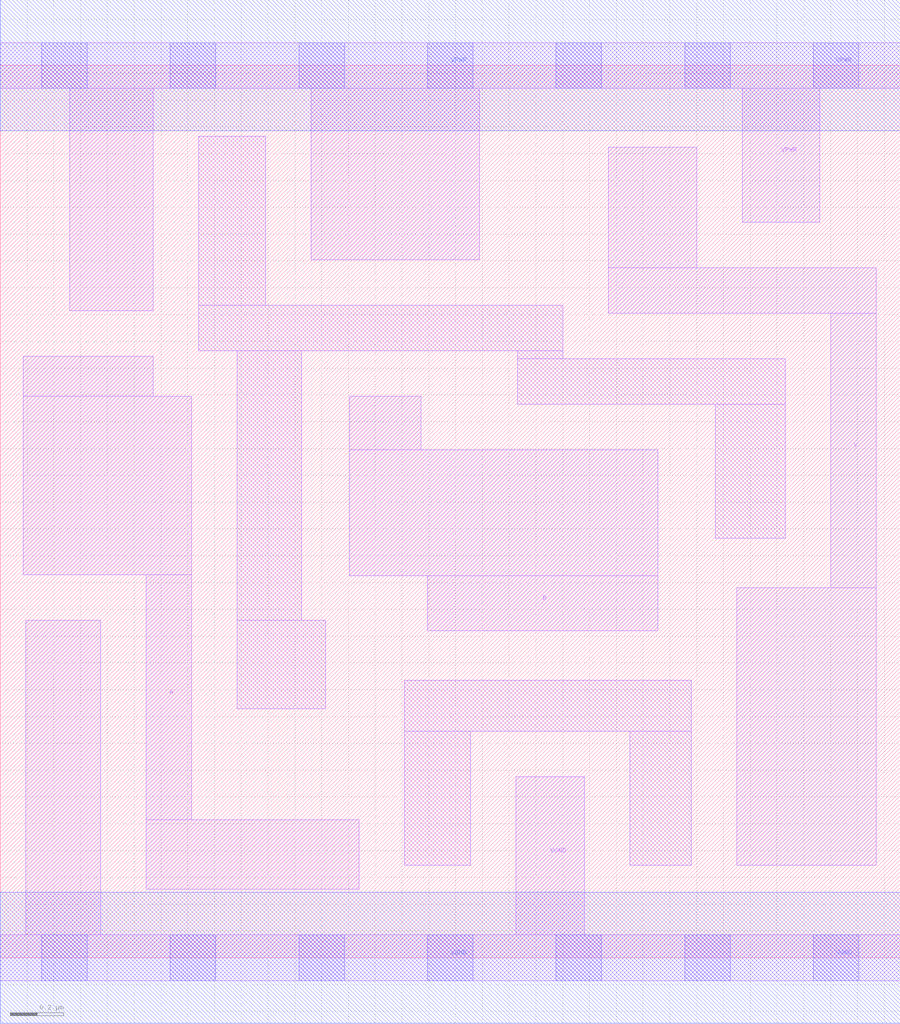
<source format=lef>
# Copyright 2020 The SkyWater PDK Authors
#
# Licensed under the Apache License, Version 2.0 (the "License");
# you may not use this file except in compliance with the License.
# You may obtain a copy of the License at
#
#     https://www.apache.org/licenses/LICENSE-2.0
#
# Unless required by applicable law or agreed to in writing, software
# distributed under the License is distributed on an "AS IS" BASIS,
# WITHOUT WARRANTIES OR CONDITIONS OF ANY KIND, either express or implied.
# See the License for the specific language governing permissions and
# limitations under the License.
#
# SPDX-License-Identifier: Apache-2.0

VERSION 5.7 ;
  NAMESCASESENSITIVE ON ;
  NOWIREEXTENSIONATPIN ON ;
  DIVIDERCHAR "/" ;
  BUSBITCHARS "[]" ;
UNITS
  DATABASE MICRONS 200 ;
END UNITS
MACRO sky130_fd_sc_lp__xnor2_0
  CLASS CORE ;
  SOURCE USER ;
  FOREIGN sky130_fd_sc_lp__xnor2_0 ;
  ORIGIN  0.000000  0.000000 ;
  SIZE  3.360000 BY  3.330000 ;
  SYMMETRY X Y R90 ;
  SITE unit ;
  PIN A
    ANTENNAGATEAREA  0.318000 ;
    DIRECTION INPUT ;
    USE SIGNAL ;
    PORT
      LAYER li1 ;
        RECT 0.085000 1.430000 0.715000 2.095000 ;
        RECT 0.085000 2.095000 0.570000 2.245000 ;
        RECT 0.545000 0.255000 1.340000 0.515000 ;
        RECT 0.545000 0.515000 0.715000 1.430000 ;
    END
  END A
  PIN B
    ANTENNAGATEAREA  0.318000 ;
    DIRECTION INPUT ;
    USE SIGNAL ;
    PORT
      LAYER li1 ;
        RECT 1.305000 1.425000 2.455000 1.895000 ;
        RECT 1.305000 1.895000 1.570000 2.095000 ;
        RECT 1.595000 1.220000 2.455000 1.425000 ;
    END
  END B
  PIN Y
    ANTENNADIFFAREA  0.303300 ;
    DIRECTION OUTPUT ;
    USE SIGNAL ;
    PORT
      LAYER li1 ;
        RECT 2.270000 2.405000 3.270000 2.575000 ;
        RECT 2.270000 2.575000 2.600000 3.025000 ;
        RECT 2.750000 0.345000 3.270000 1.380000 ;
        RECT 3.100000 1.380000 3.270000 2.405000 ;
    END
  END Y
  PIN VGND
    DIRECTION INOUT ;
    USE GROUND ;
    PORT
      LAYER li1 ;
        RECT 0.000000 -0.085000 3.360000 0.085000 ;
        RECT 0.095000  0.085000 0.375000 1.260000 ;
        RECT 1.925000  0.085000 2.180000 0.675000 ;
      LAYER mcon ;
        RECT 0.155000 -0.085000 0.325000 0.085000 ;
        RECT 0.635000 -0.085000 0.805000 0.085000 ;
        RECT 1.115000 -0.085000 1.285000 0.085000 ;
        RECT 1.595000 -0.085000 1.765000 0.085000 ;
        RECT 2.075000 -0.085000 2.245000 0.085000 ;
        RECT 2.555000 -0.085000 2.725000 0.085000 ;
        RECT 3.035000 -0.085000 3.205000 0.085000 ;
      LAYER met1 ;
        RECT 0.000000 -0.245000 3.360000 0.245000 ;
    END
  END VGND
  PIN VPWR
    DIRECTION INOUT ;
    USE POWER ;
    PORT
      LAYER li1 ;
        RECT 0.000000 3.245000 3.360000 3.415000 ;
        RECT 0.260000 2.415000 0.570000 3.245000 ;
        RECT 1.160000 2.605000 1.790000 3.245000 ;
        RECT 2.770000 2.745000 3.060000 3.245000 ;
      LAYER mcon ;
        RECT 0.155000 3.245000 0.325000 3.415000 ;
        RECT 0.635000 3.245000 0.805000 3.415000 ;
        RECT 1.115000 3.245000 1.285000 3.415000 ;
        RECT 1.595000 3.245000 1.765000 3.415000 ;
        RECT 2.075000 3.245000 2.245000 3.415000 ;
        RECT 2.555000 3.245000 2.725000 3.415000 ;
        RECT 3.035000 3.245000 3.205000 3.415000 ;
      LAYER met1 ;
        RECT 0.000000 3.085000 3.360000 3.575000 ;
    END
  END VPWR
  OBS
    LAYER li1 ;
      RECT 0.740000 2.265000 2.100000 2.435000 ;
      RECT 0.740000 2.435000 0.990000 3.065000 ;
      RECT 0.885000 0.930000 1.215000 1.260000 ;
      RECT 0.885000 1.260000 1.125000 2.265000 ;
      RECT 1.510000 0.345000 1.755000 0.845000 ;
      RECT 1.510000 0.845000 2.580000 1.035000 ;
      RECT 1.930000 2.065000 2.930000 2.235000 ;
      RECT 1.930000 2.235000 2.100000 2.265000 ;
      RECT 2.350000 0.345000 2.580000 0.845000 ;
      RECT 2.670000 1.565000 2.930000 2.065000 ;
  END
END sky130_fd_sc_lp__xnor2_0

</source>
